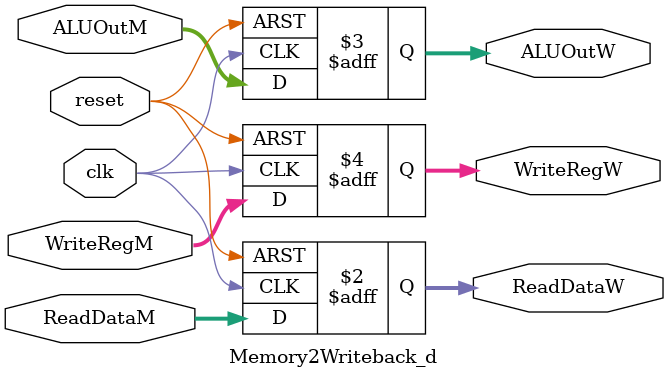
<source format=v>
`timescale 1ns / 1ps
module Memory2Writeback_d(
	// initialize inputs and outputs:
	input wire clk, reset,
	input wire [31:0] ReadDataM,ALUOutM,
	input wire [4:0] WriteRegM,
	
	output reg [31:0] ReadDataW,ALUOutW,
	output reg [4:0] WriteRegW
	);
	
	// determine outputs:
	always@(posedge clk, posedge reset)
	begin
		if(reset)
		begin
			ReadDataW <= 0;
			ALUOutW <= 0;
			WriteRegW <= 0;
		end
		
		else
		begin
			ReadDataW <= ReadDataM;
			ALUOutW <= ALUOutM;
			WriteRegW <= WriteRegM;
		end
	end
endmodule

</source>
